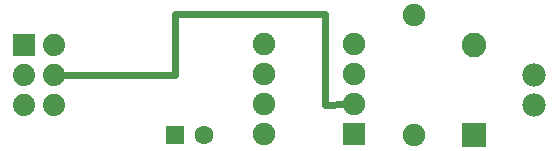
<source format=gbl>
G04 MADE WITH FRITZING*
G04 WWW.FRITZING.ORG*
G04 DOUBLE SIDED*
G04 HOLES PLATED*
G04 CONTOUR ON CENTER OF CONTOUR VECTOR*
%ASAXBY*%
%FSLAX23Y23*%
%MOIN*%
%OFA0B0*%
%SFA1.0B1.0*%
%ADD10C,0.075000*%
%ADD11C,0.082000*%
%ADD12C,0.062992*%
%ADD13C,0.078000*%
%ADD14C,0.074000*%
%ADD15R,0.082000X0.082000*%
%ADD16R,0.075000X0.075000*%
%ADD17R,0.062992X0.062992*%
%ADD18R,0.074000X0.074000*%
%ADD19C,0.024000*%
%LNCOPPER0*%
G90*
G70*
G54D10*
X1599Y303D03*
X1599Y703D03*
G54D11*
X1799Y303D03*
X1799Y601D03*
G54D10*
X1399Y305D03*
X1099Y305D03*
X1399Y405D03*
X1099Y405D03*
X1399Y505D03*
X1099Y505D03*
X1399Y605D03*
X1099Y605D03*
G54D12*
X801Y303D03*
X899Y303D03*
G54D13*
X1999Y503D03*
X1999Y403D03*
G54D14*
X399Y603D03*
X399Y503D03*
X399Y403D03*
X299Y603D03*
X299Y503D03*
X299Y403D03*
G54D15*
X1799Y302D03*
G54D16*
X1399Y305D03*
G54D17*
X801Y303D03*
G54D18*
X299Y603D03*
G54D19*
X1300Y403D02*
X1300Y704D01*
D02*
X1370Y404D02*
X1300Y403D01*
D02*
X800Y502D02*
X430Y503D01*
D02*
X800Y704D02*
X800Y502D01*
D02*
X1300Y704D02*
X800Y704D01*
G04 End of Copper0*
M02*
</source>
